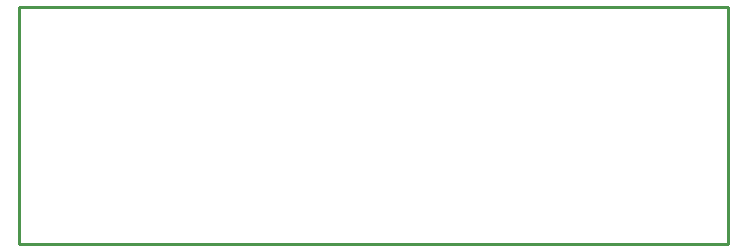
<source format=gko>
G04 Layer: BoardOutline*
G04 EasyEDA v6.4.25, 2022-01-16T12:25:19--5:00*
G04 Gerber Generator version 0.2*
G04 Scale: 100 percent, Rotated: No, Reflected: No *
G04 Dimensions in millimeters *
G04 leading zeros omitted , absolute positions ,4 integer and 5 decimal *
%FSLAX45Y45*%
%MOMM*%

%ADD10C,0.2540*%
D10*
X0Y0D02*
G01*
X6000000Y0D01*
X6000000Y-2000001D01*
X0Y-2000001D01*
X0Y0D01*

%LPD*%
M02*

</source>
